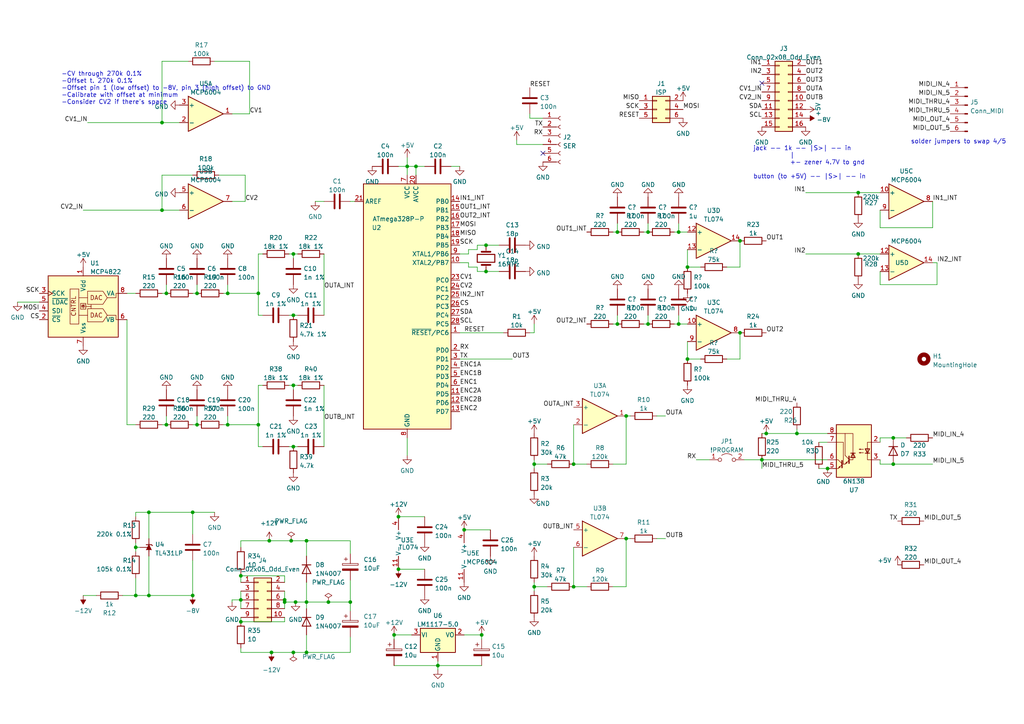
<source format=kicad_sch>
(kicad_sch (version 20211123) (generator eeschema)
  (paper "A4")
  (junction (at 95.25 174.625))
  (junction (at 214.63 69.85))
  (junction (at 220.98 133.35))
  (junction (at 115.57 165.1))
  (junction (at 46.99 35.56))
  (junction (at 115.57 149.86))
  (junction (at 214.63 96.52))
  (junction (at 259.08 134.62))
  (junction (at 196.85 67.31))
  (junction (at 196.85 93.98))
  (junction (at 120.65 48.26))
  (junction (at 240.03 135.89))
  (junction (at 66.04 85.09))
  (junction (at 118.11 48.26))
  (junction (at 179.07 67.31))
  (junction (at 88.9 156.845))
  (junction (at 179.07 93.98))
  (junction (at 222.25 125.73))
  (junction (at 85.09 111.76))
  (junction (at 134.62 153.67))
  (junction (at 39.37 172.72))
  (junction (at 48.26 85.09))
  (junction (at 85.09 91.44))
  (junction (at 82.55 174.625))
  (junction (at 57.15 123.19))
  (junction (at 66.04 123.19))
  (junction (at 154.94 170.18))
  (junction (at 88.9 174.625))
  (junction (at 139.7 184.15))
  (junction (at 39.37 158.75))
  (junction (at 127 193.04))
  (junction (at 88.9 189.23))
  (junction (at 69.85 167.005))
  (junction (at 85.09 129.54))
  (junction (at 69.85 180.34))
  (junction (at 84.455 156.845))
  (junction (at 55.88 148.59))
  (junction (at 69.85 173.99))
  (junction (at 101.6 174.625))
  (junction (at 74.93 85.09))
  (junction (at 140.97 71.12))
  (junction (at 199.39 104.14))
  (junction (at 78.74 189.23))
  (junction (at 74.93 123.19))
  (junction (at 85.09 73.66))
  (junction (at 181.61 120.65))
  (junction (at 57.15 85.09))
  (junction (at 140.97 78.74))
  (junction (at 199.39 77.47))
  (junction (at 46.99 60.96))
  (junction (at 259.08 127))
  (junction (at 82.55 173.99))
  (junction (at 248.92 55.88))
  (junction (at 187.96 93.98))
  (junction (at 43.18 148.59))
  (junction (at 114.3 184.15))
  (junction (at 231.14 125.73))
  (junction (at 187.96 67.31))
  (junction (at 166.37 170.18))
  (junction (at 248.92 73.66))
  (junction (at 43.18 172.72))
  (junction (at 48.26 123.19))
  (junction (at 78.105 156.845))
  (junction (at 181.61 156.21))
  (junction (at 166.37 134.62))
  (junction (at 154.94 134.62))
  (junction (at 55.88 172.72))
  (junction (at 85.725 174.625))
  (junction (at 85.09 189.23))
  (no_connect (at 220.98 24.13))
  (no_connect (at 157.48 44.45))
  (wire (pts (xy 57.15 82.55) (xy 57.15 85.09)))
  (wire (pts (xy 74.93 111.76) (xy 74.93 123.19)))
  (wire (pts (xy 63.5 50.8) (xy 71.12 50.8)))
  (wire (pts (xy 66.04 85.09) (xy 64.77 85.09)))
  (wire (pts (xy 271.78 76.2) (xy 270.51 76.2)))
  (wire (pts (xy 72.39 17.78) (xy 72.39 33.02)))
  (wire (pts (xy 85.09 91.44) (xy 86.36 91.44)))
  (wire (pts (xy 120.65 48.26) (xy 120.65 50.8)))
  (wire (pts (xy 66.04 123.19) (xy 64.77 123.19)))
  (wire (pts (xy 101.6 168.275) (xy 101.6 174.625)))
  (wire (pts (xy 69.85 187.96) (xy 69.85 189.23)))
  (wire (pts (xy 48.26 120.65) (xy 48.26 123.19)))
  (wire (pts (xy 85.09 111.76) (xy 86.36 111.76)))
  (wire (pts (xy 220.98 133.35) (xy 240.03 133.35)))
  (wire (pts (xy 199.39 99.06) (xy 199.39 104.14)))
  (wire (pts (xy 69.85 173.99) (xy 69.85 176.53)))
  (wire (pts (xy 134.62 153.67) (xy 142.24 153.67)))
  (wire (pts (xy 83.82 129.54) (xy 85.09 129.54)))
  (wire (pts (xy 139.7 184.15) (xy 139.7 185.42)))
  (wire (pts (xy 135.89 72.39) (xy 135.89 73.66)))
  (wire (pts (xy 101.6 184.785) (xy 101.6 189.23)))
  (wire (pts (xy 114.3 185.42) (xy 114.3 184.15)))
  (wire (pts (xy 88.9 174.625) (xy 88.9 176.53)))
  (wire (pts (xy 85.09 111.76) (xy 85.09 113.03)))
  (wire (pts (xy 72.39 33.02) (xy 67.31 33.02)))
  (wire (pts (xy 154.94 170.18) (xy 154.94 168.91)))
  (wire (pts (xy 201.93 133.35) (xy 205.74 133.35)))
  (wire (pts (xy 255.27 128.27) (xy 255.27 127)))
  (wire (pts (xy 135.89 77.47) (xy 138.43 77.47)))
  (wire (pts (xy 158.75 134.62) (xy 154.94 134.62)))
  (wire (pts (xy 158.75 170.18) (xy 154.94 170.18)))
  (wire (pts (xy 69.85 171.45) (xy 69.85 173.99)))
  (wire (pts (xy 120.65 48.26) (xy 123.19 48.26)))
  (wire (pts (xy 196.85 91.44) (xy 196.85 93.98)))
  (wire (pts (xy 83.82 91.44) (xy 85.09 91.44)))
  (wire (pts (xy 62.23 17.78) (xy 72.39 17.78)))
  (wire (pts (xy 153.67 34.29) (xy 153.67 33.02)))
  (wire (pts (xy 39.37 158.75) (xy 40.64 158.75)))
  (wire (pts (xy 101.6 156.845) (xy 88.9 156.845)))
  (wire (pts (xy 39.37 157.48) (xy 39.37 158.75)))
  (wire (pts (xy 118.11 127) (xy 118.11 132.08)))
  (wire (pts (xy 199.39 77.47) (xy 203.2 77.47)))
  (wire (pts (xy 88.9 168.91) (xy 88.9 174.625)))
  (wire (pts (xy 69.85 189.23) (xy 78.74 189.23)))
  (wire (pts (xy 233.68 73.66) (xy 248.92 73.66)))
  (wire (pts (xy 85.725 174.625) (xy 82.55 174.625)))
  (wire (pts (xy 55.88 172.72) (xy 43.18 172.72)))
  (wire (pts (xy 127 193.04) (xy 127 194.31)))
  (wire (pts (xy 48.26 123.19) (xy 46.99 123.19)))
  (wire (pts (xy 76.2 111.76) (xy 74.93 111.76)))
  (wire (pts (xy 43.18 156.21) (xy 43.18 148.59)))
  (wire (pts (xy 140.97 71.12) (xy 144.78 71.12)))
  (wire (pts (xy 55.88 162.56) (xy 55.88 172.72)))
  (wire (pts (xy 154.94 96.52) (xy 153.67 96.52)))
  (wire (pts (xy 55.88 148.59) (xy 62.23 148.59)))
  (wire (pts (xy 187.96 91.44) (xy 187.96 93.98)))
  (wire (pts (xy 154.94 134.62) (xy 154.94 135.89)))
  (wire (pts (xy 154.94 170.18) (xy 154.94 171.45)))
  (wire (pts (xy 196.85 67.31) (xy 199.39 67.31)))
  (wire (pts (xy 74.93 73.66) (xy 74.93 85.09)))
  (wire (pts (xy 82.55 168.91) (xy 82.55 167.005)))
  (wire (pts (xy 210.82 104.14) (xy 214.63 104.14)))
  (wire (pts (xy 140.97 78.74) (xy 144.78 78.74)))
  (wire (pts (xy 39.37 148.59) (xy 39.37 149.86)))
  (wire (pts (xy 85.09 73.66) (xy 86.36 73.66)))
  (wire (pts (xy 39.37 158.75) (xy 39.37 160.02)))
  (wire (pts (xy 78.74 189.23) (xy 85.09 189.23)))
  (wire (pts (xy 133.35 104.14) (xy 148.59 104.14)))
  (wire (pts (xy 74.93 85.09) (xy 66.04 85.09)))
  (wire (pts (xy 138.43 72.39) (xy 138.43 71.12)))
  (wire (pts (xy 181.61 156.21) (xy 182.88 156.21)))
  (wire (pts (xy 231.14 125.73) (xy 240.03 125.73)))
  (wire (pts (xy 270.51 66.04) (xy 270.51 58.42)))
  (wire (pts (xy 259.08 134.62) (xy 255.27 134.62)))
  (wire (pts (xy 130.81 48.26) (xy 133.35 48.26)))
  (wire (pts (xy 101.6 58.42) (xy 102.87 58.42)))
  (wire (pts (xy 259.08 127) (xy 262.89 127)))
  (wire (pts (xy 133.35 96.52) (xy 146.05 96.52)))
  (wire (pts (xy 83.82 111.76) (xy 85.09 111.76)))
  (wire (pts (xy 187.96 67.31) (xy 186.69 67.31)))
  (wire (pts (xy 138.43 78.74) (xy 138.43 77.47)))
  (wire (pts (xy 69.85 166.37) (xy 69.85 167.005)))
  (wire (pts (xy 54.61 17.78) (xy 46.99 17.78)))
  (wire (pts (xy 66.04 120.65) (xy 66.04 123.19)))
  (wire (pts (xy 85.09 129.54) (xy 86.36 129.54)))
  (wire (pts (xy 39.37 172.72) (xy 43.18 172.72)))
  (wire (pts (xy 255.27 127) (xy 259.08 127)))
  (wire (pts (xy 78.105 156.845) (xy 84.455 156.845)))
  (wire (pts (xy 196.85 64.77) (xy 196.85 67.31)))
  (wire (pts (xy 25.4 35.56) (xy 46.99 35.56)))
  (wire (pts (xy 135.89 73.66) (xy 133.35 73.66)))
  (wire (pts (xy 199.39 72.39) (xy 199.39 77.47)))
  (wire (pts (xy 118.11 48.26) (xy 118.11 50.8)))
  (wire (pts (xy 220.98 135.89) (xy 220.98 133.35)))
  (wire (pts (xy 255.27 66.04) (xy 270.51 66.04)))
  (wire (pts (xy 24.13 172.72) (xy 27.94 172.72)))
  (wire (pts (xy 166.37 134.62) (xy 170.18 134.62)))
  (wire (pts (xy 181.61 120.65) (xy 182.88 120.65)))
  (wire (pts (xy 82.55 174.625) (xy 82.55 176.53)))
  (wire (pts (xy 233.68 55.88) (xy 248.92 55.88)))
  (wire (pts (xy 85.09 73.66) (xy 85.09 74.93)))
  (wire (pts (xy 187.96 93.98) (xy 186.69 93.98)))
  (wire (pts (xy 84.455 156.845) (xy 88.9 156.845)))
  (wire (pts (xy 255.27 78.74) (xy 255.27 82.55)))
  (wire (pts (xy 76.2 91.44) (xy 74.93 91.44)))
  (wire (pts (xy 196.85 93.98) (xy 199.39 93.98)))
  (wire (pts (xy 93.98 73.66) (xy 93.98 91.44)))
  (wire (pts (xy 101.6 174.625) (xy 95.25 174.625)))
  (wire (pts (xy 69.85 156.845) (xy 69.85 158.75)))
  (wire (pts (xy 190.5 156.21) (xy 193.04 156.21)))
  (wire (pts (xy 187.96 64.77) (xy 187.96 67.31)))
  (wire (pts (xy 24.13 60.96) (xy 46.99 60.96)))
  (wire (pts (xy 149.86 41.91) (xy 149.86 40.64)))
  (wire (pts (xy 88.9 184.15) (xy 88.9 189.23)))
  (wire (pts (xy 36.83 123.19) (xy 39.37 123.19)))
  (wire (pts (xy 35.56 172.72) (xy 39.37 172.72)))
  (wire (pts (xy 133.35 76.2) (xy 135.89 76.2)))
  (wire (pts (xy 46.99 35.56) (xy 52.07 35.56)))
  (wire (pts (xy 95.25 174.625) (xy 88.9 174.625)))
  (wire (pts (xy 115.57 149.86) (xy 123.19 149.86)))
  (wire (pts (xy 181.61 120.65) (xy 181.61 134.62)))
  (wire (pts (xy 166.37 170.18) (xy 170.18 170.18)))
  (wire (pts (xy 69.85 173.99) (xy 67.31 173.99)))
  (wire (pts (xy 237.49 135.89) (xy 240.03 135.89)))
  (wire (pts (xy 71.12 50.8) (xy 71.12 58.42)))
  (wire (pts (xy 39.37 167.64) (xy 39.37 172.72)))
  (wire (pts (xy 177.8 134.62) (xy 181.61 134.62)))
  (wire (pts (xy 166.37 123.19) (xy 166.37 134.62)))
  (wire (pts (xy 135.89 76.2) (xy 135.89 77.47)))
  (wire (pts (xy 88.9 156.845) (xy 88.9 161.29)))
  (wire (pts (xy 115.57 165.1) (xy 123.19 165.1)))
  (wire (pts (xy 82.55 179.07) (xy 82.55 180.34)))
  (wire (pts (xy 179.07 67.31) (xy 177.8 67.31)))
  (wire (pts (xy 46.99 50.8) (xy 46.99 60.96)))
  (wire (pts (xy 220.98 125.73) (xy 222.25 125.73)))
  (wire (pts (xy 114.3 193.04) (xy 127 193.04)))
  (wire (pts (xy 69.85 179.07) (xy 69.85 180.34)))
  (wire (pts (xy 83.82 73.66) (xy 85.09 73.66)))
  (wire (pts (xy 248.92 73.66) (xy 255.27 73.66)))
  (wire (pts (xy 138.43 72.39) (xy 135.89 72.39)))
  (wire (pts (xy 214.63 96.52) (xy 214.63 104.14)))
  (wire (pts (xy 179.07 91.44) (xy 179.07 93.98)))
  (wire (pts (xy 248.92 55.88) (xy 255.27 55.88)))
  (wire (pts (xy 101.6 160.655) (xy 101.6 156.845)))
  (wire (pts (xy 196.85 93.98) (xy 195.58 93.98)))
  (wire (pts (xy 82.55 180.34) (xy 69.85 180.34)))
  (wire (pts (xy 138.43 71.12) (xy 140.97 71.12)))
  (wire (pts (xy 55.88 50.8) (xy 46.99 50.8)))
  (wire (pts (xy 240.03 128.27) (xy 237.49 128.27)))
  (wire (pts (xy 57.15 120.65) (xy 57.15 123.19)))
  (wire (pts (xy 114.3 184.15) (xy 119.38 184.15)))
  (wire (pts (xy 57.15 123.19) (xy 55.88 123.19)))
  (wire (pts (xy 127 193.04) (xy 139.7 193.04)))
  (wire (pts (xy 69.85 156.845) (xy 78.105 156.845)))
  (wire (pts (xy 166.37 158.75) (xy 166.37 170.18)))
  (wire (pts (xy 196.85 67.31) (xy 195.58 67.31)))
  (wire (pts (xy 190.5 120.65) (xy 193.04 120.65)))
  (wire (pts (xy 36.83 92.71) (xy 36.83 123.19)))
  (wire (pts (xy 88.9 174.625) (xy 85.725 174.625)))
  (wire (pts (xy 255.27 134.62) (xy 255.27 133.35)))
  (wire (pts (xy 43.18 148.59) (xy 39.37 148.59)))
  (wire (pts (xy 82.55 167.005) (xy 69.85 167.005)))
  (wire (pts (xy 82.55 171.45) (xy 82.55 173.99)))
  (wire (pts (xy 179.07 93.98) (xy 177.8 93.98)))
  (wire (pts (xy 36.83 85.09) (xy 39.37 85.09)))
  (wire (pts (xy 231.14 124.46) (xy 231.14 125.73)))
  (wire (pts (xy 177.8 170.18) (xy 181.61 170.18)))
  (wire (pts (xy 127 191.77) (xy 127 193.04)))
  (wire (pts (xy 259.08 134.62) (xy 270.51 134.62)))
  (wire (pts (xy 76.2 129.54) (xy 74.93 129.54)))
  (wire (pts (xy 157.48 41.91) (xy 149.86 41.91)))
  (wire (pts (xy 134.62 184.15) (xy 139.7 184.15)))
  (wire (pts (xy 55.88 148.59) (xy 55.88 154.94)))
  (wire (pts (xy 43.18 172.72) (xy 43.18 161.29)))
  (wire (pts (xy 82.55 173.99) (xy 82.55 174.625)))
  (wire (pts (xy 93.98 111.76) (xy 93.98 129.54)))
  (wire (pts (xy 57.15 85.09) (xy 55.88 85.09)))
  (wire (pts (xy 179.07 64.77) (xy 179.07 67.31)))
  (wire (pts (xy 46.99 17.78) (xy 46.99 35.56)))
  (wire (pts (xy 118.11 48.26) (xy 120.65 48.26)))
  (wire (pts (xy 74.93 91.44) (xy 74.93 85.09)))
  (wire (pts (xy 46.99 60.96) (xy 52.07 60.96)))
  (wire (pts (xy 255.27 60.96) (xy 255.27 66.04)))
  (wire (pts (xy 181.61 156.21) (xy 181.61 170.18)))
  (wire (pts (xy 271.78 76.2) (xy 271.78 82.55)))
  (wire (pts (xy 101.6 189.23) (xy 88.9 189.23)))
  (wire (pts (xy 157.48 34.29) (xy 153.67 34.29)))
  (wire (pts (xy 67.31 173.99) (xy 67.31 174.625)))
  (wire (pts (xy 43.18 148.59) (xy 55.88 148.59)))
  (wire (pts (xy 76.2 73.66) (xy 74.93 73.66)))
  (wire (pts (xy 199.39 104.14) (xy 203.2 104.14)))
  (wire (pts (xy 215.9 133.35) (xy 220.98 133.35)))
  (wire (pts (xy 71.12 58.42) (xy 67.31 58.42)))
  (wire (pts (xy 74.93 129.54) (xy 74.93 123.19)))
  (wire (pts (xy 101.6 177.165) (xy 101.6 174.625)))
  (wire (pts (xy 214.63 77.47) (xy 214.63 69.85)))
  (wire (pts (xy 5.08 87.63) (xy 11.43 87.63)))
  (wire (pts (xy 74.93 123.19) (xy 66.04 123.19)))
  (wire (pts (xy 154.94 134.62) (xy 154.94 133.35)))
  (wire (pts (xy 48.26 82.55) (xy 48.26 85.09)))
  (wire (pts (xy 140.97 78.74) (xy 138.43 78.74)))
  (wire (pts (xy 255.27 82.55) (xy 271.78 82.55)))
  (wire (pts (xy 118.11 45.72) (xy 118.11 48.26)))
  (wire (pts (xy 48.26 85.09) (xy 46.99 85.09)))
  (wire (pts (xy 66.04 82.55) (xy 66.04 85.09)))
  (wire (pts (xy 115.57 48.26) (xy 118.11 48.26)))
  (wire (pts (xy 222.25 125.73) (xy 231.14 125.73)))
  (wire (pts (xy 69.85 167.005) (xy 69.85 168.91)))
  (wire (pts (xy 85.09 189.23) (xy 88.9 189.23)))
  (wire (pts (xy 154.94 93.98) (xy 154.94 96.52)))
  (wire (pts (xy 91.44 58.42) (xy 93.98 58.42)))
  (wire (pts (xy 210.82 77.47) (xy 214.63 77.47)))
  (text "solder jumpers to swap 4/5" (at 264.16 41.91 0) (effects (font (size 1.27 1.27)) (justify left bottom)))
  (text "jack -- 1k -- |S>| -- in\n           |\n           +- zener 4.7V to gnd\n\nbutton (to +5V) -- |S>| -- in" (at 218.44 52.07 0) (effects (font (size 1.27 1.27)) (justify left bottom)))
  (text "-CV through 270k 0.1%\n-Offset t. 270k 0.1%\n-Offset pin 1 (low offset) to -8V, pin 3 (high offset) to GND\n-Calibrate with offset at minimum\n-Consider CV2 if there's space" (at 17.78 30.48 0) (effects (font (size 1.27 1.27)) (justify left bottom)))
  (label "MOSI" (at 198.12 31.75 0))
  (label "CS" (at 133.35 88.9 0))
  (label "MOSI" (at 11.43 90.17 180))
  (label "OUT3" (at 148.59 104.14 0))
  (label "IN1" (at 233.68 55.88 180))
  (label "CV2_IN" (at 24.13 60.96 180))
  (label "SCL" (at 133.35 93.98 0))
  (label "SDA" (at 133.35 91.44 0))
  (label "MIDI_THRU_5" (at 220.98 135.89 0))
  (label "IN1" (at 220.98 19.05 180))
  (label "SCK" (at 11.43 85.09 180))
  (label "TX" (at 260.35 151.13 180))
  (label "OUTA_INT" (at 93.98 83.82 0))
  (label "OUTA" (at 233.68 26.67 0))
  (label "OUT1_INT" (at 133.35 60.96 0))
  (label "MIDI_THRU_5" (at 275.59 33.02 180))
  (label "MIDI_IN_4" (at 275.59 25.4 180))
  (label "TX" (at 157.48 36.83 180))
  (label "MIDI_THRU_4" (at 231.14 116.84 180))
  (label "CV2" (at 133.35 83.82 0))
  (label "CV1_IN" (at 25.4 35.56 180))
  (label "OUTB" (at 233.68 29.21 0))
  (label "ENC2B" (at 133.35 116.84 0))
  (label "RESET" (at 134.62 96.52 0))
  (label "SCK" (at 133.35 71.12 0))
  (label "MOSI" (at 133.35 66.04 0))
  (label "MISO" (at 185.42 29.21 180))
  (label "RESET" (at 153.67 25.4 0))
  (label "OUTB" (at 193.04 156.21 0))
  (label "SDA" (at 220.98 31.75 180))
  (label "SCK" (at 185.42 31.75 180))
  (label "CV2" (at 71.12 58.42 0))
  (label "OUT3" (at 233.68 24.13 0))
  (label "CV1" (at 72.39 33.02 0))
  (label "MISO" (at 133.35 68.58 0))
  (label "OUT1" (at 233.68 19.05 0))
  (label "IN2_INT" (at 271.78 76.2 0))
  (label "OUTA" (at 193.04 120.65 0))
  (label "SCL" (at 220.98 34.29 180))
  (label "OUT1" (at 222.25 69.85 0))
  (label "MIDI_OUT_5" (at 267.97 151.13 0))
  (label "MIDI_THRU_4" (at 275.59 30.48 180))
  (label "IN2_INT" (at 133.35 86.36 0))
  (label "RX" (at 157.48 39.37 180))
  (label "OUT2" (at 222.25 96.52 0))
  (label "CV1_IN" (at 220.98 26.67 180))
  (label "MIDI_IN_5" (at 275.59 27.94 180))
  (label "IN2" (at 220.98 21.59 180))
  (label "CS" (at 11.43 92.71 180))
  (label "ENC2" (at 133.35 119.38 0))
  (label "TX" (at 133.35 104.14 0))
  (label "RESET" (at 185.42 34.29 180))
  (label "OUT2_INT" (at 133.35 63.5 0))
  (label "ENC1" (at 133.35 111.76 0))
  (label "MIDI_IN_5" (at 270.51 134.62 0))
  (label "OUT1_INT" (at 170.18 67.31 180))
  (label "IN2" (at 233.68 73.66 180))
  (label "MIDI_IN_4" (at 270.51 127 0))
  (label "RX" (at 201.93 133.35 180))
  (label "OUTB_INT" (at 93.98 121.92 0))
  (label "OUT2_INT" (at 170.18 93.98 180))
  (label "CV1" (at 133.35 81.28 0))
  (label "RX" (at 133.35 101.6 0))
  (label "MIDI_OUT_4" (at 267.97 163.83 0))
  (label "MIDI_OUT_4" (at 275.59 35.56 180))
  (label "CV2_IN" (at 220.98 29.21 180))
  (label "OUT2" (at 233.68 21.59 0))
  (label "ENC1B" (at 133.35 109.22 0))
  (label "ENC1A" (at 133.35 106.68 0))
  (label "OUTB_INT" (at 166.37 153.67 180))
  (label "ENC2A" (at 133.35 114.3 0))
  (label "IN1_INT" (at 270.51 58.42 0))
  (label "MIDI_OUT_5" (at 275.59 38.1 180))
  (label "OUTA_INT" (at 166.37 118.11 180))
  (label "IN1_INT" (at 133.35 58.42 0))
  (symbol (lib_id "Device:R") (at 207.01 77.47 90) (unit 1)
    (property "Reference" "R?" (at 207.01 72.7542 90))
    (property "Value" "75k" (at 207.01 75.2911 90))
  )
  (symbol (lib_id "power:-12V") (at 78.74 189.23 180) (unit 1)
    (property "Reference" "#PWR0144" (effects hide))
    (property "Value" "-12V" (at 78.74 194.31 0))
  )
  (symbol (lib_id "Device:R") (at 182.88 67.31 90) (unit 1)
    (property "Reference" "R?" (at 182.88 62.5942 90))
    (property "Value" "220" (at 182.88 65.1311 90))
    (property "Footprint" "Resistor_SMD:R_0603_1608Metric_Pad0.98x0.95mm_HandSolder" (effects hide))
  )
  (symbol (lib_id "power:PWR_FLAG") (at 84.455 156.845 0) (unit 1)
    (property "Reference" "#FLG0101" (effects hide))
    (property "Value" "PWR_FLAG" (at 84.455 151.13 0))
  )
  (symbol (lib_id "Device:C") (at 57.15 78.74 0) (unit 1)
    (property "Reference" "C6" (at 60.071 77.9053 0) (effects (justify left)))
    (property "Value" "100n" (at 60.071 80.4422 0) (effects (justify left)))
    (property "Footprint" "Capacitor_SMD:C_0603_1608Metric_Pad1.08x0.95mm_HandSolder" (effects hide))
  )
  (symbol (lib_id "power:GND") (at 107.95 48.26 0) (unit 1)
    (property "Reference" "#PWR0112" (effects hide))
    (property "Value" "GND" (at 107.95 52.7034 0))
  )
  (symbol (lib_id "power:GND") (at 66.04 113.03 0) (mirror x) (unit 1)
    (property "Reference" "#PWR0147" (effects hide))
    (property "Value" "GND" (at 66.04 109.4542 0))
  )
  (symbol (lib_id "power:GND") (at 196.85 57.15 0) (mirror x) (unit 1)
    (property "Reference" "#PWR?" (effects hide))
    (property "Value" "GND" (at 196.85 53.5742 0))
  )
  (symbol (lib_id "power:-12V") (at 24.13 172.72 180) (unit 1)
    (property "Reference" "#PWR0136" (effects hide))
    (property "Value" "-12V" (at 24.13 177.1634 0))
  )
  (symbol (lib_id "power:GND") (at 154.94 143.51 0) (unit 1)
    (property "Reference" "#PWR0109" (effects hide))
    (property "Value" "GND" (at 157.48 146.05 0))
  )
  (symbol (lib_id "power:GND") (at 91.44 58.42 0) (unit 1)
    (property "Reference" "#PWR01" (effects hide))
    (property "Value" "GND" (at 91.44 62.8634 0))
  )
  (symbol (lib_id "Device:C_Polarized") (at 101.6 164.465 0) (unit 1)
    (property "Reference" "C16" (at 105.41 162.3059 0) (effects (justify left)))
    (property "Value" "10uF" (at 105.41 164.8459 0) (effects (justify left)))
    (property "Footprint" "Capacitor_THT:CP_Radial_D5.0mm_P2.50mm" (effects hide))
  )
  (symbol (lib_id "power:GND") (at 199.39 85.09 0) (unit 1)
    (property "Reference" "#PWR?" (effects hide))
    (property "Value" "GND" (at 199.39 89.5334 0))
  )
  (symbol (lib_id "Device:R") (at 31.75 172.72 90) (unit 1)
    (property "Reference" "R12" (at 31.75 177.8 90))
    (property "Value" "1k" (at 31.75 175.26 90))
    (property "Footprint" "Resistor_SMD:R_0603_1608Metric_Pad0.98x0.95mm_HandSolder" (effects hide))
  )
  (symbol (lib_id "Device:C") (at 123.19 168.91 0) (unit 1)
    (property "Reference" "C25" (at 126.111 168.0753 0) (effects (justify left)))
    (property "Value" "100n" (at 126.111 170.6122 0) (effects (justify left)))
    (property "Footprint" "Capacitor_SMD:C_0603_1608Metric_Pad1.08x0.95mm_HandSolder" (effects hide))
  )
  (symbol (lib_id "Device:C") (at 148.59 71.12 90) (unit 1)
    (property "Reference" "C13" (at 148.59 65.2612 90))
    (property "Value" "18p" (at 148.59 67.7981 90))
    (property "Footprint" "Capacitor_SMD:C_0603_1608Metric_Pad1.08x0.95mm_HandSolder" (effects hide))
  )
  (symbol (lib_id "power:GND") (at 67.31 174.625 0) (unit 1)
    (property "Reference" "#PWR0145" (effects hide))
    (property "Value" "GND" (at 67.31 179.705 0))
  )
  (symbol (lib_id "power:GND") (at 123.19 172.72 0) (unit 1)
    (property "Reference" "#PWR0152" (effects hide))
    (property "Value" "GND" (at 123.19 177.1634 0))
  )
  (symbol (lib_id "power:GND") (at 85.09 137.16 0) (unit 1)
    (property "Reference" "#PWR0117" (effects hide))
    (property "Value" "GND" (at 85.09 141.6034 0))
  )
  (symbol (lib_id "Device:R") (at 182.88 93.98 90) (unit 1)
    (property "Reference" "R?" (at 182.88 89.2642 90))
    (property "Value" "220" (at 182.88 91.8011 90))
    (property "Footprint" "Resistor_SMD:R_0603_1608Metric_Pad0.98x0.95mm_HandSolder" (effects hide))
  )
  (symbol (lib_id "Amplifier_Operational:TL074") (at 207.01 69.85 0) (unit 4)
    (property "Reference" "U3" (at 207.01 61.0702 0))
    (property "Value" "TL074" (at 207.01 63.6071 0))
    (property "Footprint" "Package_SO:SO-14_3.9x8.65mm_P1.27mm" (effects hide))
    (property "Datasheet" "http://www.ti.com/lit/ds/symlink/tl071.pdf" (effects hide))
  )
  (symbol (lib_id "power:GND") (at 85.09 120.65 0) (unit 1)
    (property "Reference" "#PWR0146" (effects hide))
    (property "Value" "GND" (at 85.09 125.0934 0))
  )
  (symbol (lib_id "Amplifier_Operational:TL074") (at 173.99 120.65 0) (unit 1)
    (property "Reference" "U3" (at 173.99 111.8702 0))
    (property "Value" "TL074" (at 173.99 114.4071 0))
    (property "Footprint" "Package_SO:SO-14_3.9x8.65mm_P1.27mm" (effects hide))
    (property "Datasheet" "http://www.ti.com/lit/ds/symlink/tl071.pdf" (effects hide))
  )
  (symbol (lib_id "power:+5V") (at 134.62 153.67 0) (unit 1)
    (property "Reference" "#PWR0138" (effects hide))
    (property "Value" "+5V" (at 134.62 150.0942 0))
  )
  (symbol (lib_id "Device:R") (at 52.07 85.09 90) (unit 1)
    (property "Reference" "R16" (at 52.07 80.3742 90))
    (property "Value" "220" (at 52.07 82.9111 90))
    (property "Footprint" "Resistor_SMD:R_0603_1608Metric_Pad0.98x0.95mm_HandSolder" (effects hide))
  )
  (symbol (lib_id "power:GND") (at 85.09 99.06 0) (unit 1)
    (property "Reference" "#PWR0130" (effects hide))
    (property "Value" "GND" (at 85.09 103.5034 0))
  )
  (symbol (lib_id "Device:C") (at 57.15 116.84 0) (unit 1)
    (property "Reference" "C19" (at 60.071 116.0053 0) (effects (justify left)))
    (property "Value" "100n" (at 60.071 118.5422 0) (effects (justify left)))
    (property "Footprint" "Capacitor_SMD:C_0603_1608Metric_Pad1.08x0.95mm_HandSolder" (effects hide))
  )
  (symbol (lib_id "Device:R") (at 173.99 67.31 90) (unit 1)
    (property "Reference" "R?" (at 173.99 62.5942 90))
    (property "Value" "220" (at 173.99 65.1311 90))
    (property "Footprint" "Resistor_SMD:R_0603_1608Metric_Pad0.98x0.95mm_HandSolder" (effects hide))
  )
  (symbol (lib_id "Jumper:Jumper_2_Open") (at 210.82 133.35 0) (unit 1)
    (property "Reference" "JP1" (at 210.82 127.9992 0))
    (property "Value" "!PROGRAM" (at 210.82 130.5361 0))
    (property "Footprint" "Connector_PinHeader_2.54mm:PinHeader_1x02_P2.54mm_Vertical" (effects hide))
  )
  (symbol (lib_id "Device:C") (at 48.26 78.74 0) (unit 1)
    (property "Reference" "C5" (at 51.181 77.9053 0) (effects (justify left)))
    (property "Value" "100n" (at 51.181 80.4422 0) (effects (justify left)))
    (property "Footprint" "Capacitor_SMD:C_0603_1608Metric_Pad1.08x0.95mm_HandSolder" (effects hide))
  )
  (symbol (lib_id "Device:R") (at 59.69 50.8 90) (unit 1)
    (property "Reference" "R18" (at 59.69 46.0842 90))
    (property "Value" "100k" (at 59.69 48.6211 90))
    (property "Footprint" "Resistor_SMD:R_0603_1608Metric_Pad0.98x0.95mm_HandSolder" (effects hide))
  )
  (symbol (lib_id "Device:R") (at 173.99 170.18 90) (unit 1)
    (property "Reference" "R9" (at 173.99 165.4642 90))
    (property "Value" "120k" (at 173.99 168.0011 90))
    (property "Footprint" "Resistor_SMD:R_0603_1608Metric_Pad0.98x0.95mm_HandSolder" (effects hide))
  )
  (symbol (lib_id "power:GND") (at 187.96 83.82 0) (mirror x) (unit 1)
    (property "Reference" "#PWR?" (effects hide))
    (property "Value" "GND" (at 187.96 80.2442 0))
  )
  (symbol (lib_id "Device:C_Polarized") (at 101.6 180.975 0) (unit 1)
    (property "Reference" "C17" (at 105.41 178.8159 0) (effects (justify left)))
    (property "Value" "10uF" (at 105.41 181.3559 0) (effects (justify left)))
    (property "Footprint" "Capacitor_THT:CP_Radial_D5.0mm_P2.50mm" (effects hide))
  )
  (symbol (lib_id "power:GND") (at 248.92 63.5 0) (unit 1)
    (property "Reference" "#PWR0113" (effects hide))
    (property "Value" "GND" (at 248.92 67.9434 0))
  )
  (symbol (lib_id "Amplifier_Operational:MCP6004") (at 59.69 33.02 0) (unit 1)
    (property "Reference" "U5" (at 59.69 24.2402 0))
    (property "Value" "MCP6004" (at 59.69 26.7771 0))
    (property "Footprint" "Package_SO:SO-14_3.9x8.65mm_P1.27mm" (effects hide))
    (property "Datasheet" "http://ww1.microchip.com/downloads/en/DeviceDoc/21733j.pdf" (effects hide))
  )
  (symbol (lib_id "power:GND") (at 57.15 113.03 0) (mirror x) (unit 1)
    (property "Reference" "#PWR0149" (effects hide))
    (property "Value" "GND" (at 57.15 109.4542 0))
  )
  (symbol (lib_id "Device:C") (at 153.67 29.21 0) (unit 1)
    (property "Reference" "C3" (at 156.591 28.3753 0) (effects (justify left)))
    (property "Value" "100n" (at 156.591 30.9122 0) (effects (justify left)))
    (property "Footprint" "Capacitor_SMD:C_0603_1608Metric_Pad1.08x0.95mm_HandSolder" (effects hide))
  )
  (symbol (lib_id "Device:R") (at 248.92 77.47 0) (unit 1)
    (property "Reference" "R28" (at 250.698 76.6353 0) (effects (justify left)))
    (property "Value" "220k" (at 250.19 74.93 0) (effects (justify left)))
    (property "Footprint" "Resistor_SMD:R_0603_1608Metric_Pad0.98x0.95mm_HandSolder" (effects hide))
  )
  (symbol (lib_id "power:GND") (at 142.24 161.29 0) (unit 1)
    (property "Reference" "#PWR0151" (effects hide))
    (property "Value" "GND" (at 142.24 165.7334 0))
  )
  (symbol (lib_id "Device:R") (at 266.7 127 90) (mirror x) (unit 1)
    (property "Reference" "R33" (at 266.7 131.7158 90))
    (property "Value" "220" (at 266.7 129.1789 90))
    (property "Footprint" "Resistor_SMD:R_0603_1608Metric_Pad0.98x0.95mm_HandSolder" (effects hide))
  )
  (symbol (lib_id "Device:Crystal") (at 140.97 74.93 90) (unit 1)
    (property "Reference" "Y1" (at 144.2974 74.0953 90) (effects (justify right)))
    (property "Value" "16MHz" (at 144.2974 76.6322 90) (effects (justify right)))
    (property "Footprint" "Crystal:Crystal_HC18-U_Vertical" (effects hide))
  )
  (symbol (lib_id "Device:R") (at 218.44 69.85 90) (unit 1)
    (property "Reference" "R23" (at 218.44 65.1342 90))
    (property "Value" "1k" (at 218.44 67.6711 90))
    (property "Footprint" "Resistor_SMD:R_0603_1608Metric_Pad0.98x0.95mm_HandSolder" (effects hide))
  )
  (symbol (lib_id "Amplifier_Operational:MCP6004") (at 59.69 58.42 0) (unit 2)
    (property "Reference" "U5" (at 59.69 49.6402 0))
    (property "Value" "MCP6004" (at 59.69 52.1771 0))
    (property "Footprint" "Package_SO:SO-14_3.9x8.65mm_P1.27mm" (effects hide))
    (property "Datasheet" "http://ww1.microchip.com/downloads/en/DeviceDoc/21733j.pdf" (effects hide))
  )
  (symbol (lib_id "Reference_Voltage:TL431LP") (at 43.18 158.75 90) (unit 1)
    (property "Reference" "U4" (at 44.958 157.9153 90) (effects (justify right)))
    (property "Value" "TL431LP" (at 44.958 160.4522 90) (effects (justify right)))
    (property "Footprint" "Package_TO_SOT_THT:TO-92_Inline" (effects hide))
    (property "Datasheet" "http://www.ti.com/lit/ds/symlink/tl431.pdf" (effects hide))
  )
  (symbol (lib_id "Connector:Conn_01x06_Female") (at 162.56 39.37 0) (unit 1)
    (property "Reference" "J2" (at 163.2712 39.8053 0) (effects (justify left)))
    (property "Value" "SER" (at 163.2712 42.3422 0) (effects (justify left)))
    (property "Footprint" "Connector_PinHeader_2.54mm:PinHeader_1x06_P2.54mm_Vertical" (effects hide))
  )
  (symbol (lib_id "power:GND") (at 133.35 48.26 0) (unit 1)
    (property "Reference" "#PWR02" (effects hide))
    (property "Value" "GND" (at 133.35 52.7034 0))
  )
  (symbol (lib_id "Regulator_Linear:LM1117-5.0") (at 127 184.15 0) (unit 1)
    (property "Reference" "U6" (at 127 178.5452 0))
    (property "Value" "LM1117-5.0" (at 127 181.0821 0))
    (property "Footprint" "Package_TO_SOT_SMD:SOT-223" (effects hide))
    (property "Datasheet" "http://www.ti.com/lit/ds/symlink/lm1117.pdf" (effects hide))
  )
  (symbol (lib_id "Device:R") (at 154.94 129.54 0) (unit 1)
    (property "Reference" "R2" (at 156.718 128.7053 0) (effects (justify left)))
    (property "Value" "30k" (at 156.718 131.2422 0) (effects (justify left)))
    (property "Footprint" "Resistor_SMD:R_0603_1608Metric_Pad0.98x0.95mm_HandSolder" (effects hide))
  )
  (symbol (lib_id "Device:C") (at 85.09 78.74 0) (unit 1)
    (property "Reference" "C10" (at 88.011 77.9053 0) (effects (justify left)))
    (property "Value" "1n 1%" (at 88.011 80.4422 0) (effects (justify left)))
    (property "Footprint" "Capacitor_SMD:C_0603_1608Metric_Pad1.08x0.95mm_HandSolder" (effects hide))
  )
  (symbol (lib_id "Device:C") (at 97.79 58.42 90) (unit 1)
    (property "Reference" "C1" (at 97.79 52.5612 90))
    (property "Value" "100n" (at 97.79 55.0981 90))
    (property "Footprint" "Capacitor_SMD:C_0603_1608Metric_Pad1.08x0.95mm_HandSolder" (effects hide))
  )
  (symbol (lib_id "Device:R") (at 154.94 139.7 0) (unit 1)
    (property "Reference" "R3" (at 156.718 138.8653 0) (effects (justify left)))
    (property "Value" "20k" (at 156.718 141.4022 0) (effects (justify left)))
    (property "Footprint" "Resistor_SMD:R_0603_1608Metric_Pad0.98x0.95mm_HandSolder" (effects hide))
  )
  (symbol (lib_id "power:GND") (at 57.15 74.93 0) (mirror x) (unit 1)
    (property "Reference" "#PWR0132" (effects hide))
    (property "Value" "GND" (at 57.15 71.3542 0))
  )
  (symbol (lib_id "power:GND") (at 179.07 57.15 0) (mirror x) (unit 1)
    (property "Reference" "#PWR?" (effects hide))
    (property "Value" "GND" (at 179.07 53.5742 0))
  )
  (symbol (lib_id "Device:R") (at 264.16 151.13 90) (unit 1)
    (property "Reference" "R31" (at 264.16 146.4142 90))
    (property "Value" "220" (at 264.16 148.9511 90))
    (property "Footprint" "Resistor_SMD:R_0603_1608Metric_Pad0.98x0.95mm_HandSolder" (effects hide))
  )
  (symbol (lib_id "Mechanical:MountingHole") (at 267.97 104.14 0) (unit 1)
    (property "Reference" "H1" (at 270.51 103.3053 0) (effects (justify left)))
    (property "Value" "MountingHole" (at 270.51 105.8422 0) (effects (justify left)))
    (property "Footprint" "MountingHole:MountingHole_3.2mm_M3_DIN965" (effects hide))
  )
  (symbol (lib_id "Device:R") (at 191.77 67.31 90) (unit 1)
    (property "Reference" "R?" (at 191.77 62.5942 90))
    (property "Value" "220" (at 191.77 65.1311 90))
    (property "Footprint" "Resistor_SMD:R_0603_1608Metric_Pad0.98x0.95mm_HandSolder" (effects hide))
  )
  (symbol (lib_id "power:PWR_FLAG") (at 85.09 189.23 180) (unit 1)
    (property "Reference" "#FLG0102" (effects hide))
    (property "Value" "PWR_FLAG" (at 87.63 190.4999 0) (effects (justify right)))
  )
  (symbol (lib_id "Device:R") (at 186.69 156.21 90) (unit 1)
    (property "Reference" "R11" (at 186.69 151.4942 90))
    (property "Value" "1k" (at 186.69 154.0311 90))
    (property "Footprint" "Resistor_SMD:R_0603_1608Metric_Pad0.98x0.95mm_HandSolder" (effects hide))
  )
  (symbol (lib_id "power:GND") (at 48.26 113.03 0) (mirror x) (unit 1)
    (property "Reference" "#PWR0148" (effects hide))
    (property "Value" "GND" (at 48.26 109.4542 0))
  )
  (symbol (lib_id "power:GND") (at 24.13 100.33 0) (unit 1)
    (property "Reference" "#PWR0107" (effects hide))
    (property "Value" "GND" (at 24.13 104.7734 0))
  )
  (symbol (lib_id "Device:C") (at 127 48.26 90) (unit 1)
    (property "Reference" "C2" (at 127 42.4012 90))
    (property "Value" "100n" (at 127 44.9381 90))
    (property "Footprint" "Capacitor_SMD:C_0603_1608Metric_Pad1.08x0.95mm_HandSolder" (effects hide))
  )
  (symbol (lib_id "Isolator:6N138") (at 247.65 130.81 0) (mirror y) (unit 1)
    (property "Reference" "U7" (at 247.65 142.1298 0))
    (property "Value" "6N138" (at 247.65 139.5929 0))
    (property "Footprint" "Package_DIP:DIP-8_W7.62mm_Socket" (effects hide))
    (property "Datasheet" "http://www.onsemi.com/pub/Collateral/HCPL2731-D.pdf" (effects hide))
  )
  (symbol (lib_id "Device:C_Polarized") (at 114.3 189.23 0) (unit 1)
    (property "Reference" "C12" (at 117.221 187.5063 0) (effects (justify left)))
    (property "Value" "10u" (at 117.221 190.0432 0) (effects (justify left)))
    (property "Footprint" "Capacitor_SMD:C_0603_1608Metric_Pad1.08x0.95mm_HandSolder" (effects hide))
  )
  (symbol (lib_id "power:GND") (at 48.26 74.93 0) (mirror x) (unit 1)
    (property "Reference" "#PWR0128" (effects hide))
    (property "Value" "GND" (at 48.26 71.3542 0))
  )
  (symbol (lib_id "power:GND") (at 127 194.31 0) (unit 1)
    (property "Reference" "#PWR0143" (effects hide))
    (property "Value" "GND" (at 127 198.7534 0))
  )
  (symbol (lib_id "Amplifier_Operational:MCP6004") (at 137.16 161.29 0) (unit 5)
    (property "Reference" "U5" (at 135.255 160.4553 0) (effects (justify left)))
    (property "Value" "MCP6004" (at 135.255 162.9922 0) (effects (justify left)))
    (property "Footprint" "Package_SO:SO-14_3.9x8.65mm_P1.27mm" (effects hide))
    (property "Datasheet" "http://ww1.microchip.com/downloads/en/DeviceDoc/21733j.pdf" (effects hide))
  )
  (symbol (lib_id "Device:C") (at 66.04 116.84 0) (unit 1)
    (property "Reference" "C20" (at 68.961 116.0053 0) (effects (justify left)))
    (property "Value" "100n" (at 68.961 118.5422 0) (effects (justify left)))
    (property "Footprint" "Capacitor_SMD:C_0603_1608Metric_Pad1.08x0.95mm_HandSolder" (effects hide))
  )
  (symbol (lib_id "power:GND") (at 233.68 36.83 0) (unit 1)
    (property "Reference" "#PWR0119" (effects hide))
    (property "Value" "GND" (at 233.68 41.2734 0))
  )
  (symbol (lib_id "power:GND") (at 199.39 111.76 0) (unit 1)
    (property "Reference" "#PWR?" (effects hide))
    (property "Value" "GND" (at 199.39 116.2034 0))
  )
  (symbol (lib_id "Device:D") (at 259.08 130.81 90) (mirror x) (unit 1)
    (property "Reference" "D7" (at 261.112 131.6447 90) (effects (justify right)))
    (property "Value" "D" (at 261.112 129.1078 90) (effects (justify right)))
    (property "Footprint" "Diode_SMD:D_SOD-523" (effects hide))
  )
  (symbol (lib_id "power:GND") (at 187.96 57.15 0) (mirror x) (unit 1)
    (property "Reference" "#PWR?" (effects hide))
    (property "Value" "GND" (at 187.96 53.5742 0))
  )
  (symbol (lib_id "power:+5V") (at 154.94 161.29 0) (unit 1)
    (property "Reference" "#PWR0111" (effects hide))
    (property "Value" "+5V" (at 154.94 157.7142 0))
  )
  (symbol (lib_id "power:+12V") (at 115.57 149.86 0) (unit 1)
    (property "Reference" "#PWR0141" (effects hide))
    (property "Value" "+12V" (at 115.57 146.2842 0))
  )
  (symbol (lib_id "Device:R") (at 69.85 162.56 0) (unit 1)
    (property "Reference" "R34" (at 71.755 161.2899 0) (effects (justify left)))
    (property "Value" "10" (at 71.755 163.8299 0) (effects (justify left)))
    (property "Footprint" "Resistor_SMD:R_0603_1608Metric_Pad0.98x0.95mm_HandSolder" (effects hide))
  )
  (symbol (lib_id "Device:R") (at 39.37 153.67 0) (unit 1)
    (property "Reference" "R13" (at 35.56 152.4 0) (effects (justify left)))
    (property "Value" "220k 0.1%" (at 27.94 154.94 0) (effects (justify left)))
    (property "Footprint" "Resistor_SMD:R_0603_1608Metric_Pad0.98x0.95mm_HandSolder" (effects hide))
  )
  (symbol (lib_id "Device:R") (at 231.14 120.65 0) (mirror x) (unit 1)
    (property "Reference" "R26" (at 227.33 121.92 0) (effects (justify left)))
    (property "Value" "220" (at 226.06 119.38 0) (effects (justify left)))
    (property "Footprint" "Resistor_SMD:R_0603_1608Metric_Pad0.98x0.95mm_HandSolder" (effects hide))
  )
  (symbol (lib_id "power:GND") (at 52.07 55.88 270) (unit 1)
    (property "Reference" "#PWR0129" (effects hide))
    (property "Value" "GND" (at 48.8951 56.3138 90) (effects (justify right)))
  )
  (symbol (lib_id "power:+5V") (at 260.35 163.83 0) (unit 1)
    (property "Reference" "#PWR0114" (effects hide))
    (property "Value" "+5V" (at 256.54 162.56 0))
  )
  (symbol (lib_id "power:-8V") (at 55.88 172.72 0) (mirror x) (unit 1)
    (property "Reference" "#PWR0134" (effects hide))
    (property "Value" "-8V" (at 55.88 177.1634 0))
  )
  (symbol (lib_id "power:GND") (at 196.85 83.82 0) (mirror x) (unit 1)
    (property "Reference" "#PWR?" (effects hide))
    (property "Value" "GND" (at 196.85 80.2442 0))
  )
  (symbol (lib_id "Device:R") (at 186.69 120.65 90) (unit 1)
    (property "Reference" "R10" (at 186.69 115.9342 90))
    (property "Value" "1k" (at 186.69 118.4711 90))
    (property "Footprint" "Resistor_SMD:R_0603_1608Metric_Pad0.98x0.95mm_HandSolder" (effects hide))
  )
  (symbol (lib_id "power:GND") (at 179.07 83.82 0) (mirror x) (unit 1)
    (property "Reference" "#PWR?" (effects hide))
    (property "Value" "GND" (at 179.07 80.2442 0))
  )
  (symbol (lib_id "Connector_Generic:Conn_02x05_Odd_Even") (at 74.93 173.99 0) (unit 1)
    (property "Reference" "J4" (at 76.2 162.56 0))
    (property "Value" "Conn_02x05_Odd_Even" (at 76.2 165.1 0))
    (property "Footprint" "Connector_PinHeader_2.54mm:PinHeader_2x05_P2.54mm_Vertical" (effects hide))
  )
  (symbol (lib_id "Device:R") (at 60.96 123.19 90) (unit 1)
    (property "Reference" "R37" (at 60.96 118.4742 90))
    (property "Value" "220" (at 60.96 121.0111 90))
    (property "Footprint" "Resistor_SMD:R_0603_1608Metric_Pad0.98x0.95mm_HandSolder" (effects hide))
  )
  (symbol (lib_id "power:GND") (at 157.48 46.99 0) (unit 1)
    (property "Reference" "#PWR06" (effects hide))
    (property "Value" "GND" (at 157.48 51.4334 0))
  )
  (symbol (lib_id "Device:R") (at 80.01 73.66 90) (unit 1)
    (property "Reference" "R20" (at 80.01 68.9442 90))
    (property "Value" "18k 1%" (at 80.01 71.4811 90))
    (property "Footprint" "Resistor_SMD:R_0603_1608Metric_Pad0.98x0.95mm_HandSolder" (effects hide))
  )
  (symbol (lib_id "Device:C") (at 90.17 91.44 90) (unit 1)
    (property "Reference" "C11" (at 90.17 85.5812 90))
    (property "Value" "1n 1%" (at 90.17 88.1181 90))
    (property "Footprint" "Capacitor_SMD:C_0603_1608Metric_Pad1.08x0.95mm_HandSolder" (effects hide))
  )
  (symbol (lib_id "Amplifier_Operational:TL074") (at 173.99 156.21 0) (unit 2)
    (property "Reference" "U3" (at 173.99 147.4302 0))
    (property "Value" "TL074" (at 173.99 149.9671 0))
    (property "Footprint" "Package_SO:SO-14_3.9x8.65mm_P1.27mm" (effects hide))
    (property "Datasheet" "http://www.ti.com/lit/ds/symlink/tl071.pdf" (effects hide))
  )
  (symbol (lib_id "Device:R") (at 90.17 111.76 90) (unit 1)
    (property "Reference" "R40" (at 90.17 107.0442 90))
    (property "Value" "18k 1%" (at 90.17 109.5811 90))
    (property "Footprint" "Resistor_SMD:R_0603_1608Metric_Pad0.98x0.95mm_HandSolder" (effects hide))
  )
  (symbol (lib_id "Device:C") (at 66.04 78.74 0) (unit 1)
    (property "Reference" "C8" (at 68.961 77.9053 0) (effects (justify left)))
    (property "Value" "100n" (at 68.961 80.4422 0) (effects (justify left)))
    (property "Footprint" "Capacitor_SMD:C_0603_1608Metric_Pad1.08x0.95mm_HandSolder" (effects hide))
  )
  (symbol (lib_id "Device:C") (at 187.96 60.96 0) (unit 1)
    (property "Reference" "C?" (at 190.881 60.1253 0) (effects (justify left)))
    (property "Value" "100n" (at 190.881 62.6622 0) (effects (justify left)))
    (property "Footprint" "Capacitor_SMD:C_0603_1608Metric_Pad1.08x0.95mm_HandSolder" (effects hide))
  )
  (symbol (lib_id "power:+12V") (at 78.105 156.845 0) (unit 1)
    (property "Reference" "#PWR0123" (effects hide))
    (property "Value" "+12V" (at 78.105 151.765 0))
  )
  (symbol (lib_id "Device:R") (at 154.94 165.1 0) (unit 1)
    (property "Reference" "R4" (at 156.718 164.2653 0) (effects (justify left)))
    (property "Value" "30k" (at 156.718 166.8022 0) (effects (justify left)))
    (property "Footprint" "Resistor_SMD:R_0603_1608Metric_Pad0.98x0.95mm_HandSolder" (effects hide))
  )
  (symbol (lib_id "Device:R") (at 199.39 107.95 0) (unit 1)
    (property "Reference" "R?" (at 201.168 107.1153 0) (effects (justify left)))
    (property "Value" "100k" (at 201.168 109.6522 0) (effects (justify left)))
  )
  (symbol (lib_id "Device:R") (at 85.09 95.25 0) (unit 1)
    (property "Reference" "R21" (at 86.868 94.4153 0) (effects (justify left)))
    (property "Value" "4.7k 1%" (at 86.868 96.9522 0) (effects (justify left)))
    (property "Footprint" "Resistor_SMD:R_0603_1608Metric_Pad0.98x0.95mm_HandSolder" (effects hide))
  )
  (symbol (lib_id "Device:R") (at 52.07 123.19 90) (unit 1)
    (property "Reference" "R36" (at 52.07 118.4742 90))
    (property "Value" "220" (at 52.07 121.0111 90))
    (property "Footprint" "Resistor_SMD:R_0603_1608Metric_Pad0.98x0.95mm_HandSolder" (effects hide))
  )
  (symbol (lib_id "power:+5V") (at 233.68 31.75 270) (unit 1)
    (property "Reference" "#PWR0120" (effects hide))
    (property "Value" "+5V" (at 237.2558 31.75 0))
  )
  (symbol (lib_id "Device:C") (at 142.24 157.48 0) (unit 1)
    (property "Reference" "C26" (at 145.161 156.6453 0) (effects (justify left)))
    (property "Value" "100n" (at 145.161 159.1822 0) (effects (justify left)))
    (property "Footprint" "Capacitor_SMD:C_0603_1608Metric_Pad1.08x0.95mm_HandSolder" (effects hide))
  )
  (symbol (lib_id "Device:R") (at 218.44 96.52 90) (unit 1)
    (property "Reference" "R24" (at 218.44 91.8042 90))
    (property "Value" "1k" (at 218.44 94.3411 90))
    (property "Footprint" "Resistor_SMD:R_0603_1608Metric_Pad0.98x0.95mm_HandSolder" (effects hide))
  )
  (symbol (lib_id "power:GND") (at 220.98 36.83 0) (unit 1)
    (property "Reference" "#PWR0118" (effects hide))
    (property "Value" "GND" (at 220.98 41.2734 0))
  )
  (symbol (lib_id "Device:R") (at 237.49 132.08 0) (mirror x) (unit 1)
    (property "Reference" "R30" (at 233.68 130.81 0) (effects (justify left)))
    (property "Value" "10k" (at 232.41 128.27 0) (effects (justify left)))
    (property "Footprint" "Resistor_SMD:R_0603_1608Metric_Pad0.98x0.95mm_HandSolder" (effects hide))
  )
  (symbol (lib_id "Device:R") (at 90.17 73.66 90) (unit 1)
    (property "Reference" "R22" (at 90.17 68.9442 90))
    (property "Value" "18k 1%" (at 90.17 71.4811 90))
    (property "Footprint" "Resistor_SMD:R_0603_1608Metric_Pad0.98x0.95mm_HandSolder" (effects hide))
  )
  (symbol (lib_id "Device:R") (at 69.85 184.15 0) (unit 1)
    (property "Reference" "R35" (at 71.755 182.8799 0) (effects (justify left)))
    (property "Value" "10" (at 71.755 185.4199 0) (effects (justify left)))
    (property "Footprint" "Resistor_SMD:R_0603_1608Metric_Pad0.98x0.95mm_HandSolder" (effects hide))
  )
  (symbol (lib_id "Device:C") (at 196.85 60.96 0) (unit 1)
    (property "Reference" "C?" (at 199.771 60.1253 0) (effects (justify left)))
    (property "Value" "1u" (at 199.771 62.6622 0) (effects (justify left)))
    (property "Footprint" "Capacitor_SMD:C_0603_1608Metric_Pad1.08x0.95mm_HandSolder" (effects hide))
  )
  (symbol (lib_id "power:GND") (at 118.11 132.08 0) (unit 1)
    (property "Reference" "#PWR0101" (effects hide))
    (property "Value" "GND" (at 118.11 136.5234 0))
  )
  (symbol (lib_id "power:+12V") (at 114.3 184.15 0) (unit 1)
    (property "Reference" "#PWR0137" (effects hide))
    (property "Value" "+12V" (at 114.3 180.5742 0))
  )
  (symbol (lib_id "power:+5V") (at 118.11 45.72 0) (unit 1)
    (property "Reference" "#PWR0102" (effects hide))
    (property "Value" "+5V" (at 118.11 42.1442 0))
  )
  (symbol (lib_id "power:+5V") (at 222.25 125.73 0) (unit 1)
    (property "Reference" "#PWR0121" (effects hide))
    (property "Value" "+5V" (at 222.25 122.1542 0))
  )
  (symbol (lib_id "power:+5V") (at 139.7 184.15 0) (unit 1)
    (property "Reference" "#PWR0142" (effects hide))
    (property "Value" "+5V" (at 139.7 180.5742 0))
  )
  (symbol (lib_id "power:-8V") (at 233.68 34.29 270) (mirror x) (unit 1)
    (property "Reference" "#PWR0122" (effects hide))
    (property "Value" "-8V" (at 236.855 34.7238 90) (effects (justify left)))
  )
  (symbol (lib_id "power:-12V") (at 115.57 165.1 180) (unit 1)
    (property "Reference" "#PWR0139" (effects hide))
    (property "Value" "-12V" (at 115.57 169.5434 0))
  )
  (symbol (lib_id "power:GND") (at 62.23 148.59 0) (unit 1)
    (property "Reference" "#PWR0135" (effects hide))
    (property "Value" "GND" (at 62.23 153.0334 0))
  )
  (symbol (lib_id "Amplifier_Operational:TL074") (at 207.01 96.52 0) (unit 3)
    (property "Reference" "U3" (at 207.01 87.7402 0))
    (property "Value" "TL074" (at 207.01 90.2771 0))
    (property "Footprint" "Package_SO:SO-14_3.9x8.65mm_P1.27mm" (effects hide))
    (property "Datasheet" "http://www.ti.com/lit/ds/symlink/tl071.pdf" (effects hide))
  )
  (symbol (lib_id "Connector_Generic:Conn_02x08_Odd_Even") (at 226.06 26.67 0) (unit 1)
    (property "Reference" "J3" (at 227.33 14.0802 0))
    (property "Value" "Conn_02x08_Odd_Even" (at 227.33 16.6171 0))
    (property "Footprint" "Connector_PinHeader_2.54mm:PinHeader_2x08_P2.54mm_Vertical" (effects hide))
  )
  (symbol (lib_id "Device:R") (at 207.01 104.14 90) (unit 1)
    (property "Reference" "R?" (at 207.01 99.4242 90))
    (property "Value" "75k" (at 207.01 101.9611 90))
  )
  (symbol (lib_id "Device:C") (at 187.96 87.63 0) (unit 1)
    (property "Reference" "C?" (at 190.881 86.7953 0) (effects (justify left)))
    (property "Value" "100n" (at 190.881 89.3322 0) (effects (justify left)))
    (property "Footprint" "Capacitor_SMD:C_0603_1608Metric_Pad1.08x0.95mm_HandSolder" (effects hide))
  )
  (symbol (lib_id "Device:R") (at 173.99 93.98 90) (unit 1)
    (property "Reference" "R?" (at 173.99 89.2642 90))
    (property "Value" "220" (at 173.99 91.8011 90))
    (property "Footprint" "Resistor_SMD:R_0603_1608Metric_Pad0.98x0.95mm_HandSolder" (effects hide))
  )
  (symbol (lib_id "Device:C") (at 148.59 78.74 90) (unit 1)
    (property "Reference" "C14" (at 148.59 72.8812 90))
    (property "Value" "18p" (at 148.59 75.4181 90))
    (property "Footprint" "Capacitor_SMD:C_0603_1608Metric_Pad1.08x0.95mm_HandSolder" (effects hide))
  )
  (symbol (lib_id "power:GND") (at 152.4 71.12 90) (unit 1)
    (property "Reference" "#PWR0126" (effects hide))
    (property "Value" "GND" (at 155.575 71.5538 90) (effects (justify right)))
  )
  (symbol (lib_id "power:GND") (at 85.725 174.625 0) (unit 1)
    (property "Reference" "#PWR0124" (effects hide))
    (property "Value" "GND" (at 85.725 179.705 0))
  )
  (symbol (lib_id "power:GND") (at 85.09 82.55 0) (unit 1)
    (property "Reference" "#PWR0131" (effects hide))
    (property "Value" "GND" (at 85.09 86.9934 0))
  )
  (symbol (lib_id "Device:R") (at 154.94 175.26 0) (unit 1)
    (property "Reference" "R5" (at 156.718 174.4253 0) (effects (justify left)))
    (property "Value" "20k" (at 156.718 176.9622 0) (effects (justify left)))
    (property "Footprint" "Resistor_SMD:R_0603_1608Metric_Pad0.98x0.95mm_HandSolder" (effects hide))
  )
  (symbol (lib_id "power:+5V") (at 154.94 93.98 0) (unit 1)
    (property "Reference" "#PWR04" (effects hide))
    (property "Value" "+5V" (at 154.94 90.4042 0))
  )
  (symbol (lib_id "Device:R") (at 248.92 59.69 0) (unit 1)
    (property "Reference" "R27" (at 250.698 58.8553 0) (effects (justify left)))
    (property "Value" "220k" (at 250.19 57.15 0) (effects (justify left)))
    (property "Footprint" "Resistor_SMD:R_0603_1608Metric_Pad0.98x0.95mm_HandSolder" (effects hide))
  )
  (symbol (lib_id "power:GND") (at 66.04 74.93 0) (mirror x) (unit 1)
    (property "Reference" "#PWR0133" (effects hide))
    (property "Value" "GND" (at 66.04 71.3542 0))
  )
  (symbol (lib_id "Device:R") (at 220.98 129.54 0) (mirror x) (unit 1)
    (property "Reference" "R25" (at 226.06 128.27 0) (effects (justify right)))
    (property "Value" "220" (at 226.06 130.81 0) (effects (justify right)))
    (property "Footprint" "Resistor_SMD:R_0603_1608Metric_Pad0.98x0.95mm_HandSolder" (effects hide))
  )
  (symbol (lib_id "power:GND") (at 248.92 81.28 0) (unit 1)
    (property "Reference" "#PWR0116" (effects hide))
    (property "Value" "GND" (at 248.92 85.7234 0))
  )
  (symbol (lib_id "power:GND") (at 134.62 168.91 0) (unit 1)
    (property "Reference" "#PWR0140" (effects hide))
    (property "Value" "GND" (at 134.62 173.3534 0))
  )
  (symbol (lib_id "Device:D") (at 88.9 165.1 270) (unit 1)
    (property "Reference" "D8" (at 91.44 163.8299 90) (effects (justify left)))
    (property "Value" "1N4007" (at 91.44 166.3699 90) (effects (justify left)))
    (property "Footprint" "Diode_THT:D_DO-41_SOD81_P7.62mm_Horizontal" (effects hide))
  )
  (symbol (lib_id "Device:C") (at 80.01 129.54 90) (unit 1)
    (property "Reference" "C21" (at 80.01 123.6812 90))
    (property "Value" "1n 1%" (at 80.01 126.2181 90))
    (property "Footprint" "Capacitor_SMD:C_0603_1608Metric_Pad1.08x0.95mm_HandSolder" (effects hide))
  )
  (symbol (lib_id "Amplifier_Operational:MCP6004") (at 262.89 58.42 0) (unit 3)
    (property "Reference" "U5" (at 262.89 49.6402 0))
    (property "Value" "MCP6004" (at 262.89 52.1771 0))
    (property "Footprint" "Package_SO:SO-14_3.9x8.65mm_P1.27mm" (effects hide))
    (property "Datasheet" "http://ww1.microchip.com/downloads/en/DeviceDoc/21733j.pdf" (effects hide))
  )
  (symbol (lib_id "Device:R") (at 80.01 111.76 90) (unit 1)
    (property "Reference" "R38" (at 80.01 107.0442 90))
    (property "Value" "18k 1%" (at 80.01 109.5811 90))
    (property "Footprint" "Resistor_SMD:R_0603_1608Metric_Pad0.98x0.95mm_HandSolder" (effects hide))
  )
  (symbol (lib_id "Device:C") (at 85.09 116.84 0) (unit 1)
    (property "Reference" "C22" (at 88.011 116.0053 0) (effects (justify left)))
    (property "Value" "1n 1%" (at 88.011 118.5422 0) (effects (justify left)))
    (property "Footprint" "Capacitor_SMD:C_0603_1608Metric_Pad1.08x0.95mm_HandSolder" (effects hide))
  )
  (symbol (lib_id "Device:D") (at 88.9 180.34 270) (unit 1)
    (property "Reference" "D9" (at 91.44 179.0699 90) (effects (justify left)))
    (property "Value" "1N4007" (at 91.44 181.6099 90) (effects (justify left)))
    (property "Footprint" "Diode_THT:D_DO-41_SOD81_P7.62mm_Horizontal" (effects hide))
  )
  (symbol (lib_id "Device:C") (at 90.17 129.54 90) (unit 1)
    (property "Reference" "C23" (at 90.17 123.6812 90))
    (property "Value" "1n 1%" (at 90.17 126.2181 90))
    (property "Footprint" "Capacitor_SMD:C_0603_1608Metric_Pad1.08x0.95mm_HandSolder" (effects hide))
  )
  (symbol (lib_id "Device:R") (at 149.86 96.52 90) (unit 1)
    (property "Reference" "R1" (at 149.86 91.8042 90))
    (property "Value" "10k" (at 149.86 94.3411 90))
    (property "Footprint" "Resistor_SMD:R_0603_1608Metric_Pad0.98x0.95mm_HandSolder" (effects hide))
  )
  (symbol (lib_id "power:GND") (at 52.07 30.48 270) (unit 1)
    (property "Reference" "#PWR0127" (effects hide))
    (property "Value" "GND" (at 48.8951 30.9138 90) (effects (justify right)))
  )
  (symbol (lib_id "power:+5V") (at 24.13 77.47 0) (unit 1)
    (property "Reference" "#PWR0105" (effects hide))
    (property "Value" "+5V" (at 24.13 73.8942 0))
  )
  (symbol (lib_id "Connector_Generic:Conn_02x03_Odd_Even") (at 190.5 31.75 0) (unit 1)
    (property "Reference" "J1" (at 191.77 24.2402 0))
    (property "Value" "ISP" (at 191.77 26.7771 0))
    (property "Footprint" "Connector_PinHeader_2.54mm:PinHeader_2x03_P2.54mm_Vertical" (effects hide))
  )
  (symbol (lib_id "Device:R") (at 162.56 134.62 90) (unit 1)
    (property "Reference" "R6" (at 162.56 129.9042 90))
    (property "Value" "47k" (at 162.56 132.4411 90))
    (property "Footprint" "Resistor_SMD:R_0603_1608Metric_Pad0.98x0.95mm_HandSolder" (effects hide))
  )
  (symbol (lib_id "Device:R") (at 60.96 85.09 90) (unit 1)
    (property "Reference" "R19" (at 60.96 80.3742 90))
    (property "Value" "220" (at 60.96 82.9111 90))
    (property "Footprint" "Resistor_SMD:R_0603_1608Metric_Pad0.98x0.95mm_HandSolder" (effects hide))
  )
  (symbol (lib_id "Amplifier_Operational:MCP6004") (at 262.89 76.2 0) (unit 4)
    (property "Reference" "U5" (at 261.62 76.2 0))
    (property "Value" "MCP6004" (at 262.89 69.9571 0))
    (property "Footprint" "Package_SO:SO-14_3.9x8.65mm_P1.27mm" (effects hide))
    (property "Datasheet" "http://ww1.microchip.com/downloads/en/DeviceDoc/21733j.pdf" (effects hide))
  )
  (symbol (lib_id "Device:R") (at 43.18 85.09 90) (unit 1)
    (property "Reference" "R15" (at 43.18 80.3742 90))
    (property "Value" "220" (at 43.18 82.9111 90))
    (property "Footprint" "Resistor_SMD:R_0603_1608Metric_Pad0.98x0.95mm_HandSolder" (effects hide))
  )
  (symbol (lib_id "Device:C_Polarized") (at 139.7 189.23 0) (unit 1)
    (property "Reference" "C15" (at 142.621 187.5063 0) (effects (justify left)))
    (property "Value" "10u" (at 142.621 190.0432 0) (effects (justify left)))
    (property "Footprint" "Capacitor_SMD:C_0603_1608Metric_Pad1.08x0.95mm_HandSolder" (effects hide))
  )
  (symbol (lib_id "power:+5V") (at 154.94 125.73 0) (unit 1)
    (property "Reference" "#PWR0103" (effects hide))
    (property "Value" "+5V" (at 154.94 122.1542 0))
  )
  (symbol (lib_id "Amplifier_Operational:TL074") (at 118.11 157.48 0) (unit 5)
    (property "Reference" "U3" (at 116.205 156.6453 0) (effects (justify left)))
    (property "Value" "TL074" (at 115.57 158.75 0) (effects (justify left)))
    (property "Footprint" "Package_SO:SO-14_3.9x8.65mm_P1.27mm" (effects hide))
    (property "Datasheet" "http://www.ti.com/lit/ds/symlink/tl071.pdf" (effects hide))
  )
  (symbol (lib_id "power:GND") (at 5.08 87.63 0) (unit 1)
    (property "Reference" "#PWR0106" (effects hide))
    (property "Value" "GND" (at 5.08 92.0734 0))
  )
  (symbol (lib_id "Analog_DAC:MCP4822") (at 24.13 87.63 0) (unit 1)
    (property "Reference" "U1" (at 26.1494 76.3102 0) (effects (justify left)))
    (property "Value" "MCP4822" (at 26.1494 78.8471 0) (effects (justify left)))
    (property "Footprint" "Package_DIP:DIP-8_W7.62mm_Socket" (effects hide))
    (property "Datasheet" "http://ww1.microchip.com/downloads/en/DeviceDoc/20002249B.pdf" (effects hide))
  )
  (symbol (lib_id "power:GND") (at 198.12 34.29 0) (unit 1)
    (property "Reference" "#PWR0108" (effects hide))
    (property "Value" "GND" (at 198.12 38.7334 0))
  )
  (symbol (lib_id "power:GND") (at 154.94 179.07 0) (unit 1)
    (property "Reference" "#PWR0110" (effects hide))
    (property "Value" "GND" (at 154.94 183.5134 0))
  )
  (symbol (lib_id "Device:R") (at 264.16 163.83 90) (unit 1)
    (property "Reference" "R32" (at 264.16 159.1142 90))
    (property "Value" "220" (at 264.16 161.6511 90))
    (property "Footprint" "Resistor_SMD:R_0603_1608Metric_Pad0.98x0.95mm_HandSolder" (effects hide))
  )
  (symbol (lib_id "Device:C") (at 196.85 87.63 0) (unit 1)
    (property "Reference" "C?" (at 199.771 86.7953 0) (effects (justify left)))
    (property "Value" "1u" (at 199.771 89.3322 0) (effects (justify left)))
    (property "Footprint" "Capacitor_SMD:C_0603_1608Metric_Pad1.08x0.95mm_HandSolder" (effects hide))
  )
  (symbol (lib_id "power:PWR_FLAG") (at 95.25 174.625 0) (unit 1)
    (property "Reference" "#FLG0103" (effects hide))
    (property "Value" "PWR_FLAG" (at 95.25 168.91 0))
  )
  (symbol (lib_id "power:GND") (at 240.03 135.89 0) (mirror y) (unit 1)
    (property "Reference" "#PWR0115" (effects hide))
    (property "Value" "GND" (at 238.76 139.7 0))
  )
  (symbol (lib_id "Device:R") (at 39.37 163.83 0) (unit 1)
    (property "Reference" "R14" (at 35.56 162.56 0) (effects (justify left)))
    (property "Value" "105k 0.1%" (at 27.94 165.1 0) (effects (justify left)))
    (property "Footprint" "Resistor_SMD:R_0603_1608Metric_Pad0.98x0.95mm_HandSolder" (effects hide))
  )
  (symbol (lib_id "MCU_Microchip_ATmega:ATmega328P-P") (at 118.11 88.9 0) (unit 1)
    (property "Reference" "U2" (at 109.22 66.04 0))
    (property "Value" "ATmega328P-P" (at 115.57 63.5 0))
    (property "Footprint" "Package_DIP:DIP-28_W7.62mm_Socket" (effects hide))
    (property "Datasheet" "http://ww1.microchip.com/downloads/en/DeviceDoc/ATmega328_P%20AVR%20MCU%20with%20picoPower%20Technology%20Data%20Sheet%2040001984A.pdf" (effects hide))
  )
  (symbol (lib_id "Device:R") (at 199.39 81.28 0) (unit 1)
    (property "Reference" "R?" (at 201.168 80.4453 0) (effects (justify left)))
    (property "Value" "100k" (at 201.168 82.9822 0) (effects (justify left)))
  )
  (symbol (lib_id "Device:R") (at 43.18 123.19 90) (unit 1)
    (property "Reference" "R29" (at 43.18 118.4742 90))
    (property "Value" "220" (at 43.18 121.0111 90))
    (property "Footprint" "Resistor_SMD:R_0603_1608Metric_Pad0.98x0.95mm_HandSolder" (effects hide))
  )
  (symbol (lib_id "Device:R") (at 58.42 17.78 90) (unit 1)
    (property "Reference" "R17" (at 58.42 13.0642 90))
    (property "Value" "100k" (at 58.42 15.6011 90))
    (property "Footprint" "Resistor_SMD:R_0603_1608Metric_Pad0.98x0.95mm_HandSolder" (effects hide))
  )
  (symbol (lib_id "Device:C") (at 48.26 116.84 0) (unit 1)
    (property "Reference" "C18" (at 51.181 116.0053 0) (effects (justify left)))
    (property "Value" "100n" (at 51.181 118.5422 0) (effects (justify left)))
    (property "Footprint" "Capacitor_SMD:C_0603_1608Metric_Pad1.08x0.95mm_HandSolder" (effects hide))
  )
  (symbol (lib_id "Device:C") (at 111.76 48.26 90) (unit 1)
    (property "Reference" "C4" (at 111.76 42.4012 90))
    (property "Value" "100n" (at 111.76 44.9381 90))
    (property "Footprint" "Capacitor_SMD:C_0603_1608Metric_Pad1.08x0.95mm_HandSolder" (effects hide))
  )
  (symbol (lib_id "Device:R") (at 191.77 93.98 90) (unit 1)
    (property "Reference" "R?" (at 191.77 89.2642 90))
    (property "Value" "220" (at 191.77 91.8011 90))
    (property "Footprint" "Resistor_SMD:R_0603_1608Metric_Pad0.98x0.95mm_HandSolder" (effects hide))
  )
  (symbol (lib_id "Device:C") (at 80.01 91.44 90) (unit 1)
    (property "Reference" "C9" (at 80.01 85.5812 90))
    (property "Value" "1n 1%" (at 80.01 88.1181 90))
    (property "Footprint" "Capacitor_SMD:C_0603_1608Metric_Pad1.08x0.95mm_HandSolder" (effects hide))
  )
  (symbol (lib_id "Device:R") (at 162.56 170.18 90) (unit 1)
    (property "Reference" "R7" (at 162.56 165.4642 90))
    (property "Value" "47k" (at 162.56 168.0011 90))
    (property "Footprint" "Resistor_SMD:R_0603_1608Metric_Pad0.98x0.95mm_HandSolder" (effects hide))
  )
  (symbol (lib_id "power:+5V") (at 198.12 29.21 0) (unit 1)
    (property "Reference" "#PWR0104" (effects hide))
    (property "Value" "+5V" (at 198.12 25.6342 0))
  )
  (symbol (lib_id "power:GND") (at 152.4 78.74 90) (unit 1)
    (property "Reference" "#PWR0125" (effects hide))
    (property "Value" "GND" (at 155.575 79.1738 90) (effects (justify right)))
  )
  (symbol (lib_id "Device:C") (at 123.19 153.67 0) (unit 1)
    (property "Reference" "C24" (at 126.111 152.8353 0) (effects (justify left)))
    (property "Value" "100n" (at 126.111 155.3722 0) (effects (justify left)))
    (property "Footprint" "Capacitor_SMD:C_0603_1608Metric_Pad1.08x0.95mm_HandSolder" (effects hide))
  )
  (symbol (lib_id "Device:C") (at 55.88 158.75 0) (unit 1)
    (property "Reference" "C7" (at 58.801 157.9153 0) (effects (justify left)))
    (property "Value" "100n" (at 58.801 160.4522 0) (effects (justify left)))
    (property "Footprint" "Capacitor_SMD:C_0603_1608Metric_Pad1.08x0.95mm_HandSolder" (effects hide))
  )
  (symbol (lib_id "Device:R") (at 85.09 133.35 0) (unit 1)
    (property "Reference" "R39" (at 86.868 132.5153 0) (effects (justify left)))
    (property "Value" "4.7k" (at 86.868 135.0522 0) (effects (justify left)))
    (property "Footprint" "Resistor_SMD:R_0603_1608Metric_Pad0.98x0.95mm_HandSolder" (effects hide))
  )
  (symbol (lib_id "Device:C") (at 179.07 60.96 0) (unit 1)
    (property "Reference" "C?" (at 181.991 60.1253 0) (effects (justify left)))
    (property "Value" "100n" (at 181.991 62.6622 0) (effects (justify left)))
    (property "Footprint" "Capacitor_SMD:C_0603_1608Metric_Pad1.08x0.95mm_HandSolder" (effects hide))
  )
  (symbol (lib_id "power:+5V") (at 149.86 40.64 0) (unit 1)
    (property "Reference" "#PWR05" (effects hide))
    (property "Value" "+5V" (at 149.86 37.0642 0))
  )
  (symbol (lib_id "Device:C") (at 179.07 87.63 0) (unit 1)
    (property "Reference" "C?" (at 181.991 86.7953 0) (effects (justify left)))
    (property "Value" "100n" (at 181.991 89.3322 0) (effects (justify left)))
    (property "Footprint" "Capacitor_SMD:C_0603_1608Metric_Pad1.08x0.95mm_HandSolder" (effects hide))
  )
  (symbol (lib_id "Connector:Conn_01x06_Male") (at 280.67 30.48 0) (mirror y) (unit 1)
    (property "Reference" "J5" (at 281.3812 29.6453 0) (effects (justify right)))
    (property "Value" "Conn_MIDI" (at 281.3812 32.1822 0) (effects (justify right)))
    (property "Footprint" "Connector_PinHeader_2.54mm:PinHeader_1x06_P2.54mm_Vertical" (effects hide))
  )
  (symbol (lib_id "power:GND") (at 123.19 157.48 0) (unit 1)
    (property "Reference" "#PWR0153" (effects hide))
    (property "Value" "GND" (at 123.19 161.9234 0))
  )
  (symbol (lib_id "Device:R") (at 173.99 134.62 90) (unit 1)
    (property "Reference" "R8" (at 173.99 129.9042 90))
    (property "Value" "120k" (at 173.99 132.4411 90))
    (property "Footprint" "Resistor_SMD:R_0603_1608Metric_Pad0.98x0.95mm_HandSolder" (effects hide))
  )
)
</source>
